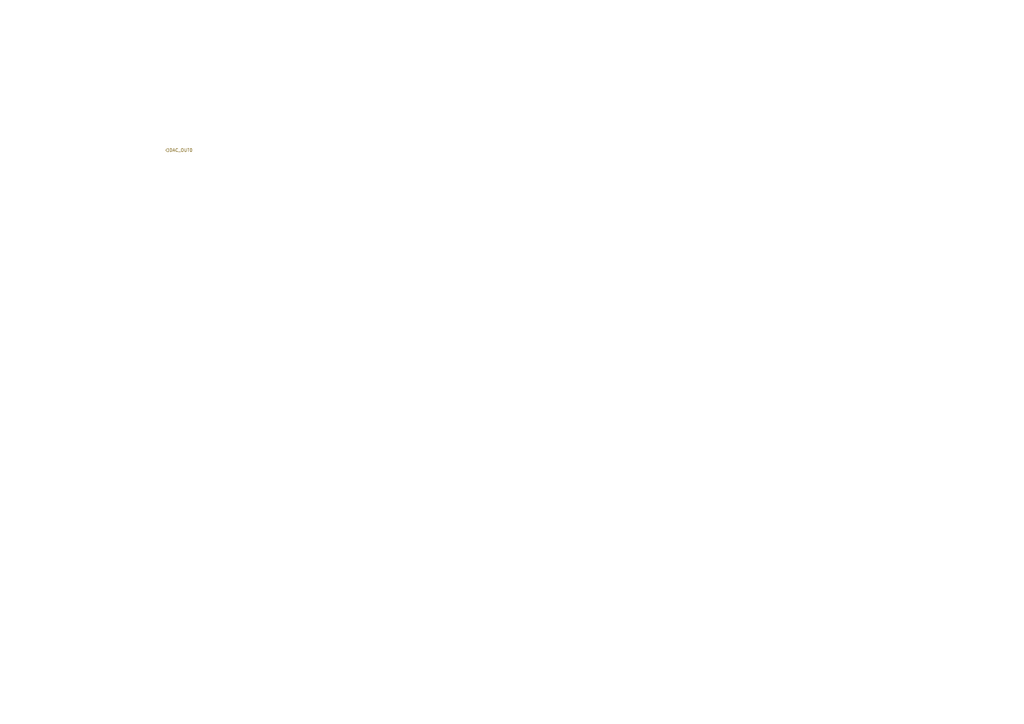
<source format=kicad_sch>
(kicad_sch (version 20230121) (generator eeschema)
  (paper "A3")
  (lib_symbols)
  (hierarchical_label "DAC_OUT0" (shape input) (at 67.945 61.595 0))
)
</source>
